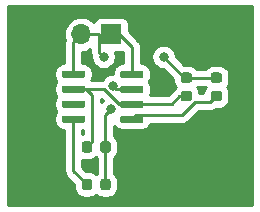
<source format=gbr>
G04 #@! TF.GenerationSoftware,KiCad,Pcbnew,(5.1.2)-2*
G04 #@! TF.CreationDate,2019-07-01T20:42:14+08:00*
G04 #@! TF.ProjectId,test,74657374-2e6b-4696-9361-645f70636258,a*
G04 #@! TF.SameCoordinates,Original*
G04 #@! TF.FileFunction,Copper,L1,Top*
G04 #@! TF.FilePolarity,Positive*
%FSLAX46Y46*%
G04 Gerber Fmt 4.6, Leading zero omitted, Abs format (unit mm)*
G04 Created by KiCad (PCBNEW (5.1.2)-2) date 2019-07-01 20:42:14*
%MOMM*%
%LPD*%
G04 APERTURE LIST*
%ADD10C,0.100000*%
%ADD11C,0.875000*%
%ADD12C,0.600000*%
%ADD13R,1.700000X1.700000*%
%ADD14O,1.700000X1.700000*%
%ADD15C,0.800000*%
%ADD16C,0.250000*%
%ADD17C,0.254000*%
G04 APERTURE END LIST*
D10*
G36*
X155852691Y-105761053D02*
G01*
X155873926Y-105764203D01*
X155894750Y-105769419D01*
X155914962Y-105776651D01*
X155934368Y-105785830D01*
X155952781Y-105796866D01*
X155970024Y-105809654D01*
X155985930Y-105824070D01*
X156000346Y-105839976D01*
X156013134Y-105857219D01*
X156024170Y-105875632D01*
X156033349Y-105895038D01*
X156040581Y-105915250D01*
X156045797Y-105936074D01*
X156048947Y-105957309D01*
X156050000Y-105978750D01*
X156050000Y-106416250D01*
X156048947Y-106437691D01*
X156045797Y-106458926D01*
X156040581Y-106479750D01*
X156033349Y-106499962D01*
X156024170Y-106519368D01*
X156013134Y-106537781D01*
X156000346Y-106555024D01*
X155985930Y-106570930D01*
X155970024Y-106585346D01*
X155952781Y-106598134D01*
X155934368Y-106609170D01*
X155914962Y-106618349D01*
X155894750Y-106625581D01*
X155873926Y-106630797D01*
X155852691Y-106633947D01*
X155831250Y-106635000D01*
X155318750Y-106635000D01*
X155297309Y-106633947D01*
X155276074Y-106630797D01*
X155255250Y-106625581D01*
X155235038Y-106618349D01*
X155215632Y-106609170D01*
X155197219Y-106598134D01*
X155179976Y-106585346D01*
X155164070Y-106570930D01*
X155149654Y-106555024D01*
X155136866Y-106537781D01*
X155125830Y-106519368D01*
X155116651Y-106499962D01*
X155109419Y-106479750D01*
X155104203Y-106458926D01*
X155101053Y-106437691D01*
X155100000Y-106416250D01*
X155100000Y-105978750D01*
X155101053Y-105957309D01*
X155104203Y-105936074D01*
X155109419Y-105915250D01*
X155116651Y-105895038D01*
X155125830Y-105875632D01*
X155136866Y-105857219D01*
X155149654Y-105839976D01*
X155164070Y-105824070D01*
X155179976Y-105809654D01*
X155197219Y-105796866D01*
X155215632Y-105785830D01*
X155235038Y-105776651D01*
X155255250Y-105769419D01*
X155276074Y-105764203D01*
X155297309Y-105761053D01*
X155318750Y-105760000D01*
X155831250Y-105760000D01*
X155852691Y-105761053D01*
X155852691Y-105761053D01*
G37*
D11*
X155575000Y-106197500D03*
D10*
G36*
X155852691Y-104186053D02*
G01*
X155873926Y-104189203D01*
X155894750Y-104194419D01*
X155914962Y-104201651D01*
X155934368Y-104210830D01*
X155952781Y-104221866D01*
X155970024Y-104234654D01*
X155985930Y-104249070D01*
X156000346Y-104264976D01*
X156013134Y-104282219D01*
X156024170Y-104300632D01*
X156033349Y-104320038D01*
X156040581Y-104340250D01*
X156045797Y-104361074D01*
X156048947Y-104382309D01*
X156050000Y-104403750D01*
X156050000Y-104841250D01*
X156048947Y-104862691D01*
X156045797Y-104883926D01*
X156040581Y-104904750D01*
X156033349Y-104924962D01*
X156024170Y-104944368D01*
X156013134Y-104962781D01*
X156000346Y-104980024D01*
X155985930Y-104995930D01*
X155970024Y-105010346D01*
X155952781Y-105023134D01*
X155934368Y-105034170D01*
X155914962Y-105043349D01*
X155894750Y-105050581D01*
X155873926Y-105055797D01*
X155852691Y-105058947D01*
X155831250Y-105060000D01*
X155318750Y-105060000D01*
X155297309Y-105058947D01*
X155276074Y-105055797D01*
X155255250Y-105050581D01*
X155235038Y-105043349D01*
X155215632Y-105034170D01*
X155197219Y-105023134D01*
X155179976Y-105010346D01*
X155164070Y-104995930D01*
X155149654Y-104980024D01*
X155136866Y-104962781D01*
X155125830Y-104944368D01*
X155116651Y-104924962D01*
X155109419Y-104904750D01*
X155104203Y-104883926D01*
X155101053Y-104862691D01*
X155100000Y-104841250D01*
X155100000Y-104403750D01*
X155101053Y-104382309D01*
X155104203Y-104361074D01*
X155109419Y-104340250D01*
X155116651Y-104320038D01*
X155125830Y-104300632D01*
X155136866Y-104282219D01*
X155149654Y-104264976D01*
X155164070Y-104249070D01*
X155179976Y-104234654D01*
X155197219Y-104221866D01*
X155215632Y-104210830D01*
X155235038Y-104201651D01*
X155255250Y-104194419D01*
X155276074Y-104189203D01*
X155297309Y-104186053D01*
X155318750Y-104185000D01*
X155831250Y-104185000D01*
X155852691Y-104186053D01*
X155852691Y-104186053D01*
G37*
D11*
X155575000Y-104622500D03*
D10*
G36*
X158392691Y-104186053D02*
G01*
X158413926Y-104189203D01*
X158434750Y-104194419D01*
X158454962Y-104201651D01*
X158474368Y-104210830D01*
X158492781Y-104221866D01*
X158510024Y-104234654D01*
X158525930Y-104249070D01*
X158540346Y-104264976D01*
X158553134Y-104282219D01*
X158564170Y-104300632D01*
X158573349Y-104320038D01*
X158580581Y-104340250D01*
X158585797Y-104361074D01*
X158588947Y-104382309D01*
X158590000Y-104403750D01*
X158590000Y-104841250D01*
X158588947Y-104862691D01*
X158585797Y-104883926D01*
X158580581Y-104904750D01*
X158573349Y-104924962D01*
X158564170Y-104944368D01*
X158553134Y-104962781D01*
X158540346Y-104980024D01*
X158525930Y-104995930D01*
X158510024Y-105010346D01*
X158492781Y-105023134D01*
X158474368Y-105034170D01*
X158454962Y-105043349D01*
X158434750Y-105050581D01*
X158413926Y-105055797D01*
X158392691Y-105058947D01*
X158371250Y-105060000D01*
X157858750Y-105060000D01*
X157837309Y-105058947D01*
X157816074Y-105055797D01*
X157795250Y-105050581D01*
X157775038Y-105043349D01*
X157755632Y-105034170D01*
X157737219Y-105023134D01*
X157719976Y-105010346D01*
X157704070Y-104995930D01*
X157689654Y-104980024D01*
X157676866Y-104962781D01*
X157665830Y-104944368D01*
X157656651Y-104924962D01*
X157649419Y-104904750D01*
X157644203Y-104883926D01*
X157641053Y-104862691D01*
X157640000Y-104841250D01*
X157640000Y-104403750D01*
X157641053Y-104382309D01*
X157644203Y-104361074D01*
X157649419Y-104340250D01*
X157656651Y-104320038D01*
X157665830Y-104300632D01*
X157676866Y-104282219D01*
X157689654Y-104264976D01*
X157704070Y-104249070D01*
X157719976Y-104234654D01*
X157737219Y-104221866D01*
X157755632Y-104210830D01*
X157775038Y-104201651D01*
X157795250Y-104194419D01*
X157816074Y-104189203D01*
X157837309Y-104186053D01*
X157858750Y-104185000D01*
X158371250Y-104185000D01*
X158392691Y-104186053D01*
X158392691Y-104186053D01*
G37*
D11*
X158115000Y-104622500D03*
D10*
G36*
X158392691Y-105761053D02*
G01*
X158413926Y-105764203D01*
X158434750Y-105769419D01*
X158454962Y-105776651D01*
X158474368Y-105785830D01*
X158492781Y-105796866D01*
X158510024Y-105809654D01*
X158525930Y-105824070D01*
X158540346Y-105839976D01*
X158553134Y-105857219D01*
X158564170Y-105875632D01*
X158573349Y-105895038D01*
X158580581Y-105915250D01*
X158585797Y-105936074D01*
X158588947Y-105957309D01*
X158590000Y-105978750D01*
X158590000Y-106416250D01*
X158588947Y-106437691D01*
X158585797Y-106458926D01*
X158580581Y-106479750D01*
X158573349Y-106499962D01*
X158564170Y-106519368D01*
X158553134Y-106537781D01*
X158540346Y-106555024D01*
X158525930Y-106570930D01*
X158510024Y-106585346D01*
X158492781Y-106598134D01*
X158474368Y-106609170D01*
X158454962Y-106618349D01*
X158434750Y-106625581D01*
X158413926Y-106630797D01*
X158392691Y-106633947D01*
X158371250Y-106635000D01*
X157858750Y-106635000D01*
X157837309Y-106633947D01*
X157816074Y-106630797D01*
X157795250Y-106625581D01*
X157775038Y-106618349D01*
X157755632Y-106609170D01*
X157737219Y-106598134D01*
X157719976Y-106585346D01*
X157704070Y-106570930D01*
X157689654Y-106555024D01*
X157676866Y-106537781D01*
X157665830Y-106519368D01*
X157656651Y-106499962D01*
X157649419Y-106479750D01*
X157644203Y-106458926D01*
X157641053Y-106437691D01*
X157640000Y-106416250D01*
X157640000Y-105978750D01*
X157641053Y-105957309D01*
X157644203Y-105936074D01*
X157649419Y-105915250D01*
X157656651Y-105895038D01*
X157665830Y-105875632D01*
X157676866Y-105857219D01*
X157689654Y-105839976D01*
X157704070Y-105824070D01*
X157719976Y-105809654D01*
X157737219Y-105796866D01*
X157755632Y-105785830D01*
X157775038Y-105776651D01*
X157795250Y-105769419D01*
X157816074Y-105764203D01*
X157837309Y-105761053D01*
X157858750Y-105760000D01*
X158371250Y-105760000D01*
X158392691Y-105761053D01*
X158392691Y-105761053D01*
G37*
D11*
X158115000Y-106197500D03*
D10*
G36*
X147407691Y-110016053D02*
G01*
X147428926Y-110019203D01*
X147449750Y-110024419D01*
X147469962Y-110031651D01*
X147489368Y-110040830D01*
X147507781Y-110051866D01*
X147525024Y-110064654D01*
X147540930Y-110079070D01*
X147555346Y-110094976D01*
X147568134Y-110112219D01*
X147579170Y-110130632D01*
X147588349Y-110150038D01*
X147595581Y-110170250D01*
X147600797Y-110191074D01*
X147603947Y-110212309D01*
X147605000Y-110233750D01*
X147605000Y-110746250D01*
X147603947Y-110767691D01*
X147600797Y-110788926D01*
X147595581Y-110809750D01*
X147588349Y-110829962D01*
X147579170Y-110849368D01*
X147568134Y-110867781D01*
X147555346Y-110885024D01*
X147540930Y-110900930D01*
X147525024Y-110915346D01*
X147507781Y-110928134D01*
X147489368Y-110939170D01*
X147469962Y-110948349D01*
X147449750Y-110955581D01*
X147428926Y-110960797D01*
X147407691Y-110963947D01*
X147386250Y-110965000D01*
X146948750Y-110965000D01*
X146927309Y-110963947D01*
X146906074Y-110960797D01*
X146885250Y-110955581D01*
X146865038Y-110948349D01*
X146845632Y-110939170D01*
X146827219Y-110928134D01*
X146809976Y-110915346D01*
X146794070Y-110900930D01*
X146779654Y-110885024D01*
X146766866Y-110867781D01*
X146755830Y-110849368D01*
X146746651Y-110829962D01*
X146739419Y-110809750D01*
X146734203Y-110788926D01*
X146731053Y-110767691D01*
X146730000Y-110746250D01*
X146730000Y-110233750D01*
X146731053Y-110212309D01*
X146734203Y-110191074D01*
X146739419Y-110170250D01*
X146746651Y-110150038D01*
X146755830Y-110130632D01*
X146766866Y-110112219D01*
X146779654Y-110094976D01*
X146794070Y-110079070D01*
X146809976Y-110064654D01*
X146827219Y-110051866D01*
X146845632Y-110040830D01*
X146865038Y-110031651D01*
X146885250Y-110024419D01*
X146906074Y-110019203D01*
X146927309Y-110016053D01*
X146948750Y-110015000D01*
X147386250Y-110015000D01*
X147407691Y-110016053D01*
X147407691Y-110016053D01*
G37*
D11*
X147167500Y-110490000D03*
D10*
G36*
X148982691Y-110016053D02*
G01*
X149003926Y-110019203D01*
X149024750Y-110024419D01*
X149044962Y-110031651D01*
X149064368Y-110040830D01*
X149082781Y-110051866D01*
X149100024Y-110064654D01*
X149115930Y-110079070D01*
X149130346Y-110094976D01*
X149143134Y-110112219D01*
X149154170Y-110130632D01*
X149163349Y-110150038D01*
X149170581Y-110170250D01*
X149175797Y-110191074D01*
X149178947Y-110212309D01*
X149180000Y-110233750D01*
X149180000Y-110746250D01*
X149178947Y-110767691D01*
X149175797Y-110788926D01*
X149170581Y-110809750D01*
X149163349Y-110829962D01*
X149154170Y-110849368D01*
X149143134Y-110867781D01*
X149130346Y-110885024D01*
X149115930Y-110900930D01*
X149100024Y-110915346D01*
X149082781Y-110928134D01*
X149064368Y-110939170D01*
X149044962Y-110948349D01*
X149024750Y-110955581D01*
X149003926Y-110960797D01*
X148982691Y-110963947D01*
X148961250Y-110965000D01*
X148523750Y-110965000D01*
X148502309Y-110963947D01*
X148481074Y-110960797D01*
X148460250Y-110955581D01*
X148440038Y-110948349D01*
X148420632Y-110939170D01*
X148402219Y-110928134D01*
X148384976Y-110915346D01*
X148369070Y-110900930D01*
X148354654Y-110885024D01*
X148341866Y-110867781D01*
X148330830Y-110849368D01*
X148321651Y-110829962D01*
X148314419Y-110809750D01*
X148309203Y-110788926D01*
X148306053Y-110767691D01*
X148305000Y-110746250D01*
X148305000Y-110233750D01*
X148306053Y-110212309D01*
X148309203Y-110191074D01*
X148314419Y-110170250D01*
X148321651Y-110150038D01*
X148330830Y-110130632D01*
X148341866Y-110112219D01*
X148354654Y-110094976D01*
X148369070Y-110079070D01*
X148384976Y-110064654D01*
X148402219Y-110051866D01*
X148420632Y-110040830D01*
X148440038Y-110031651D01*
X148460250Y-110024419D01*
X148481074Y-110019203D01*
X148502309Y-110016053D01*
X148523750Y-110015000D01*
X148961250Y-110015000D01*
X148982691Y-110016053D01*
X148982691Y-110016053D01*
G37*
D11*
X148742500Y-110490000D03*
D10*
G36*
X148982691Y-113191053D02*
G01*
X149003926Y-113194203D01*
X149024750Y-113199419D01*
X149044962Y-113206651D01*
X149064368Y-113215830D01*
X149082781Y-113226866D01*
X149100024Y-113239654D01*
X149115930Y-113254070D01*
X149130346Y-113269976D01*
X149143134Y-113287219D01*
X149154170Y-113305632D01*
X149163349Y-113325038D01*
X149170581Y-113345250D01*
X149175797Y-113366074D01*
X149178947Y-113387309D01*
X149180000Y-113408750D01*
X149180000Y-113921250D01*
X149178947Y-113942691D01*
X149175797Y-113963926D01*
X149170581Y-113984750D01*
X149163349Y-114004962D01*
X149154170Y-114024368D01*
X149143134Y-114042781D01*
X149130346Y-114060024D01*
X149115930Y-114075930D01*
X149100024Y-114090346D01*
X149082781Y-114103134D01*
X149064368Y-114114170D01*
X149044962Y-114123349D01*
X149024750Y-114130581D01*
X149003926Y-114135797D01*
X148982691Y-114138947D01*
X148961250Y-114140000D01*
X148523750Y-114140000D01*
X148502309Y-114138947D01*
X148481074Y-114135797D01*
X148460250Y-114130581D01*
X148440038Y-114123349D01*
X148420632Y-114114170D01*
X148402219Y-114103134D01*
X148384976Y-114090346D01*
X148369070Y-114075930D01*
X148354654Y-114060024D01*
X148341866Y-114042781D01*
X148330830Y-114024368D01*
X148321651Y-114004962D01*
X148314419Y-113984750D01*
X148309203Y-113963926D01*
X148306053Y-113942691D01*
X148305000Y-113921250D01*
X148305000Y-113408750D01*
X148306053Y-113387309D01*
X148309203Y-113366074D01*
X148314419Y-113345250D01*
X148321651Y-113325038D01*
X148330830Y-113305632D01*
X148341866Y-113287219D01*
X148354654Y-113269976D01*
X148369070Y-113254070D01*
X148384976Y-113239654D01*
X148402219Y-113226866D01*
X148420632Y-113215830D01*
X148440038Y-113206651D01*
X148460250Y-113199419D01*
X148481074Y-113194203D01*
X148502309Y-113191053D01*
X148523750Y-113190000D01*
X148961250Y-113190000D01*
X148982691Y-113191053D01*
X148982691Y-113191053D01*
G37*
D11*
X148742500Y-113665000D03*
D10*
G36*
X147407691Y-113191053D02*
G01*
X147428926Y-113194203D01*
X147449750Y-113199419D01*
X147469962Y-113206651D01*
X147489368Y-113215830D01*
X147507781Y-113226866D01*
X147525024Y-113239654D01*
X147540930Y-113254070D01*
X147555346Y-113269976D01*
X147568134Y-113287219D01*
X147579170Y-113305632D01*
X147588349Y-113325038D01*
X147595581Y-113345250D01*
X147600797Y-113366074D01*
X147603947Y-113387309D01*
X147605000Y-113408750D01*
X147605000Y-113921250D01*
X147603947Y-113942691D01*
X147600797Y-113963926D01*
X147595581Y-113984750D01*
X147588349Y-114004962D01*
X147579170Y-114024368D01*
X147568134Y-114042781D01*
X147555346Y-114060024D01*
X147540930Y-114075930D01*
X147525024Y-114090346D01*
X147507781Y-114103134D01*
X147489368Y-114114170D01*
X147469962Y-114123349D01*
X147449750Y-114130581D01*
X147428926Y-114135797D01*
X147407691Y-114138947D01*
X147386250Y-114140000D01*
X146948750Y-114140000D01*
X146927309Y-114138947D01*
X146906074Y-114135797D01*
X146885250Y-114130581D01*
X146865038Y-114123349D01*
X146845632Y-114114170D01*
X146827219Y-114103134D01*
X146809976Y-114090346D01*
X146794070Y-114075930D01*
X146779654Y-114060024D01*
X146766866Y-114042781D01*
X146755830Y-114024368D01*
X146746651Y-114004962D01*
X146739419Y-113984750D01*
X146734203Y-113963926D01*
X146731053Y-113942691D01*
X146730000Y-113921250D01*
X146730000Y-113408750D01*
X146731053Y-113387309D01*
X146734203Y-113366074D01*
X146739419Y-113345250D01*
X146746651Y-113325038D01*
X146755830Y-113305632D01*
X146766866Y-113287219D01*
X146779654Y-113269976D01*
X146794070Y-113254070D01*
X146809976Y-113239654D01*
X146827219Y-113226866D01*
X146845632Y-113215830D01*
X146865038Y-113206651D01*
X146885250Y-113199419D01*
X146906074Y-113194203D01*
X146927309Y-113191053D01*
X146948750Y-113190000D01*
X147386250Y-113190000D01*
X147407691Y-113191053D01*
X147407691Y-113191053D01*
G37*
D11*
X147167500Y-113665000D03*
D10*
G36*
X146869704Y-104025723D02*
G01*
X146884265Y-104027883D01*
X146898544Y-104031460D01*
X146912404Y-104036419D01*
X146925711Y-104042713D01*
X146938337Y-104050281D01*
X146950160Y-104059049D01*
X146961067Y-104068935D01*
X146970953Y-104079842D01*
X146979721Y-104091665D01*
X146987289Y-104104291D01*
X146993583Y-104117598D01*
X146998542Y-104131458D01*
X147002119Y-104145737D01*
X147004279Y-104160298D01*
X147005001Y-104175001D01*
X147005001Y-104475001D01*
X147004279Y-104489704D01*
X147002119Y-104504265D01*
X146998542Y-104518544D01*
X146993583Y-104532404D01*
X146987289Y-104545711D01*
X146979721Y-104558337D01*
X146970953Y-104570160D01*
X146961067Y-104581067D01*
X146950160Y-104590953D01*
X146938337Y-104599721D01*
X146925711Y-104607289D01*
X146912404Y-104613583D01*
X146898544Y-104618542D01*
X146884265Y-104622119D01*
X146869704Y-104624279D01*
X146855001Y-104625001D01*
X145205001Y-104625001D01*
X145190298Y-104624279D01*
X145175737Y-104622119D01*
X145161458Y-104618542D01*
X145147598Y-104613583D01*
X145134291Y-104607289D01*
X145121665Y-104599721D01*
X145109842Y-104590953D01*
X145098935Y-104581067D01*
X145089049Y-104570160D01*
X145080281Y-104558337D01*
X145072713Y-104545711D01*
X145066419Y-104532404D01*
X145061460Y-104518544D01*
X145057883Y-104504265D01*
X145055723Y-104489704D01*
X145055001Y-104475001D01*
X145055001Y-104175001D01*
X145055723Y-104160298D01*
X145057883Y-104145737D01*
X145061460Y-104131458D01*
X145066419Y-104117598D01*
X145072713Y-104104291D01*
X145080281Y-104091665D01*
X145089049Y-104079842D01*
X145098935Y-104068935D01*
X145109842Y-104059049D01*
X145121665Y-104050281D01*
X145134291Y-104042713D01*
X145147598Y-104036419D01*
X145161458Y-104031460D01*
X145175737Y-104027883D01*
X145190298Y-104025723D01*
X145205001Y-104025001D01*
X146855001Y-104025001D01*
X146869704Y-104025723D01*
X146869704Y-104025723D01*
G37*
D12*
X146030001Y-104325001D03*
D10*
G36*
X146869704Y-105295723D02*
G01*
X146884265Y-105297883D01*
X146898544Y-105301460D01*
X146912404Y-105306419D01*
X146925711Y-105312713D01*
X146938337Y-105320281D01*
X146950160Y-105329049D01*
X146961067Y-105338935D01*
X146970953Y-105349842D01*
X146979721Y-105361665D01*
X146987289Y-105374291D01*
X146993583Y-105387598D01*
X146998542Y-105401458D01*
X147002119Y-105415737D01*
X147004279Y-105430298D01*
X147005001Y-105445001D01*
X147005001Y-105745001D01*
X147004279Y-105759704D01*
X147002119Y-105774265D01*
X146998542Y-105788544D01*
X146993583Y-105802404D01*
X146987289Y-105815711D01*
X146979721Y-105828337D01*
X146970953Y-105840160D01*
X146961067Y-105851067D01*
X146950160Y-105860953D01*
X146938337Y-105869721D01*
X146925711Y-105877289D01*
X146912404Y-105883583D01*
X146898544Y-105888542D01*
X146884265Y-105892119D01*
X146869704Y-105894279D01*
X146855001Y-105895001D01*
X145205001Y-105895001D01*
X145190298Y-105894279D01*
X145175737Y-105892119D01*
X145161458Y-105888542D01*
X145147598Y-105883583D01*
X145134291Y-105877289D01*
X145121665Y-105869721D01*
X145109842Y-105860953D01*
X145098935Y-105851067D01*
X145089049Y-105840160D01*
X145080281Y-105828337D01*
X145072713Y-105815711D01*
X145066419Y-105802404D01*
X145061460Y-105788544D01*
X145057883Y-105774265D01*
X145055723Y-105759704D01*
X145055001Y-105745001D01*
X145055001Y-105445001D01*
X145055723Y-105430298D01*
X145057883Y-105415737D01*
X145061460Y-105401458D01*
X145066419Y-105387598D01*
X145072713Y-105374291D01*
X145080281Y-105361665D01*
X145089049Y-105349842D01*
X145098935Y-105338935D01*
X145109842Y-105329049D01*
X145121665Y-105320281D01*
X145134291Y-105312713D01*
X145147598Y-105306419D01*
X145161458Y-105301460D01*
X145175737Y-105297883D01*
X145190298Y-105295723D01*
X145205001Y-105295001D01*
X146855001Y-105295001D01*
X146869704Y-105295723D01*
X146869704Y-105295723D01*
G37*
D12*
X146030001Y-105595001D03*
D10*
G36*
X146869704Y-106565723D02*
G01*
X146884265Y-106567883D01*
X146898544Y-106571460D01*
X146912404Y-106576419D01*
X146925711Y-106582713D01*
X146938337Y-106590281D01*
X146950160Y-106599049D01*
X146961067Y-106608935D01*
X146970953Y-106619842D01*
X146979721Y-106631665D01*
X146987289Y-106644291D01*
X146993583Y-106657598D01*
X146998542Y-106671458D01*
X147002119Y-106685737D01*
X147004279Y-106700298D01*
X147005001Y-106715001D01*
X147005001Y-107015001D01*
X147004279Y-107029704D01*
X147002119Y-107044265D01*
X146998542Y-107058544D01*
X146993583Y-107072404D01*
X146987289Y-107085711D01*
X146979721Y-107098337D01*
X146970953Y-107110160D01*
X146961067Y-107121067D01*
X146950160Y-107130953D01*
X146938337Y-107139721D01*
X146925711Y-107147289D01*
X146912404Y-107153583D01*
X146898544Y-107158542D01*
X146884265Y-107162119D01*
X146869704Y-107164279D01*
X146855001Y-107165001D01*
X145205001Y-107165001D01*
X145190298Y-107164279D01*
X145175737Y-107162119D01*
X145161458Y-107158542D01*
X145147598Y-107153583D01*
X145134291Y-107147289D01*
X145121665Y-107139721D01*
X145109842Y-107130953D01*
X145098935Y-107121067D01*
X145089049Y-107110160D01*
X145080281Y-107098337D01*
X145072713Y-107085711D01*
X145066419Y-107072404D01*
X145061460Y-107058544D01*
X145057883Y-107044265D01*
X145055723Y-107029704D01*
X145055001Y-107015001D01*
X145055001Y-106715001D01*
X145055723Y-106700298D01*
X145057883Y-106685737D01*
X145061460Y-106671458D01*
X145066419Y-106657598D01*
X145072713Y-106644291D01*
X145080281Y-106631665D01*
X145089049Y-106619842D01*
X145098935Y-106608935D01*
X145109842Y-106599049D01*
X145121665Y-106590281D01*
X145134291Y-106582713D01*
X145147598Y-106576419D01*
X145161458Y-106571460D01*
X145175737Y-106567883D01*
X145190298Y-106565723D01*
X145205001Y-106565001D01*
X146855001Y-106565001D01*
X146869704Y-106565723D01*
X146869704Y-106565723D01*
G37*
D12*
X146030001Y-106865001D03*
D10*
G36*
X146869704Y-107835723D02*
G01*
X146884265Y-107837883D01*
X146898544Y-107841460D01*
X146912404Y-107846419D01*
X146925711Y-107852713D01*
X146938337Y-107860281D01*
X146950160Y-107869049D01*
X146961067Y-107878935D01*
X146970953Y-107889842D01*
X146979721Y-107901665D01*
X146987289Y-107914291D01*
X146993583Y-107927598D01*
X146998542Y-107941458D01*
X147002119Y-107955737D01*
X147004279Y-107970298D01*
X147005001Y-107985001D01*
X147005001Y-108285001D01*
X147004279Y-108299704D01*
X147002119Y-108314265D01*
X146998542Y-108328544D01*
X146993583Y-108342404D01*
X146987289Y-108355711D01*
X146979721Y-108368337D01*
X146970953Y-108380160D01*
X146961067Y-108391067D01*
X146950160Y-108400953D01*
X146938337Y-108409721D01*
X146925711Y-108417289D01*
X146912404Y-108423583D01*
X146898544Y-108428542D01*
X146884265Y-108432119D01*
X146869704Y-108434279D01*
X146855001Y-108435001D01*
X145205001Y-108435001D01*
X145190298Y-108434279D01*
X145175737Y-108432119D01*
X145161458Y-108428542D01*
X145147598Y-108423583D01*
X145134291Y-108417289D01*
X145121665Y-108409721D01*
X145109842Y-108400953D01*
X145098935Y-108391067D01*
X145089049Y-108380160D01*
X145080281Y-108368337D01*
X145072713Y-108355711D01*
X145066419Y-108342404D01*
X145061460Y-108328544D01*
X145057883Y-108314265D01*
X145055723Y-108299704D01*
X145055001Y-108285001D01*
X145055001Y-107985001D01*
X145055723Y-107970298D01*
X145057883Y-107955737D01*
X145061460Y-107941458D01*
X145066419Y-107927598D01*
X145072713Y-107914291D01*
X145080281Y-107901665D01*
X145089049Y-107889842D01*
X145098935Y-107878935D01*
X145109842Y-107869049D01*
X145121665Y-107860281D01*
X145134291Y-107852713D01*
X145147598Y-107846419D01*
X145161458Y-107841460D01*
X145175737Y-107837883D01*
X145190298Y-107835723D01*
X145205001Y-107835001D01*
X146855001Y-107835001D01*
X146869704Y-107835723D01*
X146869704Y-107835723D01*
G37*
D12*
X146030001Y-108135001D03*
D10*
G36*
X151819704Y-107835723D02*
G01*
X151834265Y-107837883D01*
X151848544Y-107841460D01*
X151862404Y-107846419D01*
X151875711Y-107852713D01*
X151888337Y-107860281D01*
X151900160Y-107869049D01*
X151911067Y-107878935D01*
X151920953Y-107889842D01*
X151929721Y-107901665D01*
X151937289Y-107914291D01*
X151943583Y-107927598D01*
X151948542Y-107941458D01*
X151952119Y-107955737D01*
X151954279Y-107970298D01*
X151955001Y-107985001D01*
X151955001Y-108285001D01*
X151954279Y-108299704D01*
X151952119Y-108314265D01*
X151948542Y-108328544D01*
X151943583Y-108342404D01*
X151937289Y-108355711D01*
X151929721Y-108368337D01*
X151920953Y-108380160D01*
X151911067Y-108391067D01*
X151900160Y-108400953D01*
X151888337Y-108409721D01*
X151875711Y-108417289D01*
X151862404Y-108423583D01*
X151848544Y-108428542D01*
X151834265Y-108432119D01*
X151819704Y-108434279D01*
X151805001Y-108435001D01*
X150155001Y-108435001D01*
X150140298Y-108434279D01*
X150125737Y-108432119D01*
X150111458Y-108428542D01*
X150097598Y-108423583D01*
X150084291Y-108417289D01*
X150071665Y-108409721D01*
X150059842Y-108400953D01*
X150048935Y-108391067D01*
X150039049Y-108380160D01*
X150030281Y-108368337D01*
X150022713Y-108355711D01*
X150016419Y-108342404D01*
X150011460Y-108328544D01*
X150007883Y-108314265D01*
X150005723Y-108299704D01*
X150005001Y-108285001D01*
X150005001Y-107985001D01*
X150005723Y-107970298D01*
X150007883Y-107955737D01*
X150011460Y-107941458D01*
X150016419Y-107927598D01*
X150022713Y-107914291D01*
X150030281Y-107901665D01*
X150039049Y-107889842D01*
X150048935Y-107878935D01*
X150059842Y-107869049D01*
X150071665Y-107860281D01*
X150084291Y-107852713D01*
X150097598Y-107846419D01*
X150111458Y-107841460D01*
X150125737Y-107837883D01*
X150140298Y-107835723D01*
X150155001Y-107835001D01*
X151805001Y-107835001D01*
X151819704Y-107835723D01*
X151819704Y-107835723D01*
G37*
D12*
X150980001Y-108135001D03*
D10*
G36*
X151819704Y-106565723D02*
G01*
X151834265Y-106567883D01*
X151848544Y-106571460D01*
X151862404Y-106576419D01*
X151875711Y-106582713D01*
X151888337Y-106590281D01*
X151900160Y-106599049D01*
X151911067Y-106608935D01*
X151920953Y-106619842D01*
X151929721Y-106631665D01*
X151937289Y-106644291D01*
X151943583Y-106657598D01*
X151948542Y-106671458D01*
X151952119Y-106685737D01*
X151954279Y-106700298D01*
X151955001Y-106715001D01*
X151955001Y-107015001D01*
X151954279Y-107029704D01*
X151952119Y-107044265D01*
X151948542Y-107058544D01*
X151943583Y-107072404D01*
X151937289Y-107085711D01*
X151929721Y-107098337D01*
X151920953Y-107110160D01*
X151911067Y-107121067D01*
X151900160Y-107130953D01*
X151888337Y-107139721D01*
X151875711Y-107147289D01*
X151862404Y-107153583D01*
X151848544Y-107158542D01*
X151834265Y-107162119D01*
X151819704Y-107164279D01*
X151805001Y-107165001D01*
X150155001Y-107165001D01*
X150140298Y-107164279D01*
X150125737Y-107162119D01*
X150111458Y-107158542D01*
X150097598Y-107153583D01*
X150084291Y-107147289D01*
X150071665Y-107139721D01*
X150059842Y-107130953D01*
X150048935Y-107121067D01*
X150039049Y-107110160D01*
X150030281Y-107098337D01*
X150022713Y-107085711D01*
X150016419Y-107072404D01*
X150011460Y-107058544D01*
X150007883Y-107044265D01*
X150005723Y-107029704D01*
X150005001Y-107015001D01*
X150005001Y-106715001D01*
X150005723Y-106700298D01*
X150007883Y-106685737D01*
X150011460Y-106671458D01*
X150016419Y-106657598D01*
X150022713Y-106644291D01*
X150030281Y-106631665D01*
X150039049Y-106619842D01*
X150048935Y-106608935D01*
X150059842Y-106599049D01*
X150071665Y-106590281D01*
X150084291Y-106582713D01*
X150097598Y-106576419D01*
X150111458Y-106571460D01*
X150125737Y-106567883D01*
X150140298Y-106565723D01*
X150155001Y-106565001D01*
X151805001Y-106565001D01*
X151819704Y-106565723D01*
X151819704Y-106565723D01*
G37*
D12*
X150980001Y-106865001D03*
D10*
G36*
X151819704Y-105295723D02*
G01*
X151834265Y-105297883D01*
X151848544Y-105301460D01*
X151862404Y-105306419D01*
X151875711Y-105312713D01*
X151888337Y-105320281D01*
X151900160Y-105329049D01*
X151911067Y-105338935D01*
X151920953Y-105349842D01*
X151929721Y-105361665D01*
X151937289Y-105374291D01*
X151943583Y-105387598D01*
X151948542Y-105401458D01*
X151952119Y-105415737D01*
X151954279Y-105430298D01*
X151955001Y-105445001D01*
X151955001Y-105745001D01*
X151954279Y-105759704D01*
X151952119Y-105774265D01*
X151948542Y-105788544D01*
X151943583Y-105802404D01*
X151937289Y-105815711D01*
X151929721Y-105828337D01*
X151920953Y-105840160D01*
X151911067Y-105851067D01*
X151900160Y-105860953D01*
X151888337Y-105869721D01*
X151875711Y-105877289D01*
X151862404Y-105883583D01*
X151848544Y-105888542D01*
X151834265Y-105892119D01*
X151819704Y-105894279D01*
X151805001Y-105895001D01*
X150155001Y-105895001D01*
X150140298Y-105894279D01*
X150125737Y-105892119D01*
X150111458Y-105888542D01*
X150097598Y-105883583D01*
X150084291Y-105877289D01*
X150071665Y-105869721D01*
X150059842Y-105860953D01*
X150048935Y-105851067D01*
X150039049Y-105840160D01*
X150030281Y-105828337D01*
X150022713Y-105815711D01*
X150016419Y-105802404D01*
X150011460Y-105788544D01*
X150007883Y-105774265D01*
X150005723Y-105759704D01*
X150005001Y-105745001D01*
X150005001Y-105445001D01*
X150005723Y-105430298D01*
X150007883Y-105415737D01*
X150011460Y-105401458D01*
X150016419Y-105387598D01*
X150022713Y-105374291D01*
X150030281Y-105361665D01*
X150039049Y-105349842D01*
X150048935Y-105338935D01*
X150059842Y-105329049D01*
X150071665Y-105320281D01*
X150084291Y-105312713D01*
X150097598Y-105306419D01*
X150111458Y-105301460D01*
X150125737Y-105297883D01*
X150140298Y-105295723D01*
X150155001Y-105295001D01*
X151805001Y-105295001D01*
X151819704Y-105295723D01*
X151819704Y-105295723D01*
G37*
D12*
X150980001Y-105595001D03*
D10*
G36*
X151819704Y-104025723D02*
G01*
X151834265Y-104027883D01*
X151848544Y-104031460D01*
X151862404Y-104036419D01*
X151875711Y-104042713D01*
X151888337Y-104050281D01*
X151900160Y-104059049D01*
X151911067Y-104068935D01*
X151920953Y-104079842D01*
X151929721Y-104091665D01*
X151937289Y-104104291D01*
X151943583Y-104117598D01*
X151948542Y-104131458D01*
X151952119Y-104145737D01*
X151954279Y-104160298D01*
X151955001Y-104175001D01*
X151955001Y-104475001D01*
X151954279Y-104489704D01*
X151952119Y-104504265D01*
X151948542Y-104518544D01*
X151943583Y-104532404D01*
X151937289Y-104545711D01*
X151929721Y-104558337D01*
X151920953Y-104570160D01*
X151911067Y-104581067D01*
X151900160Y-104590953D01*
X151888337Y-104599721D01*
X151875711Y-104607289D01*
X151862404Y-104613583D01*
X151848544Y-104618542D01*
X151834265Y-104622119D01*
X151819704Y-104624279D01*
X151805001Y-104625001D01*
X150155001Y-104625001D01*
X150140298Y-104624279D01*
X150125737Y-104622119D01*
X150111458Y-104618542D01*
X150097598Y-104613583D01*
X150084291Y-104607289D01*
X150071665Y-104599721D01*
X150059842Y-104590953D01*
X150048935Y-104581067D01*
X150039049Y-104570160D01*
X150030281Y-104558337D01*
X150022713Y-104545711D01*
X150016419Y-104532404D01*
X150011460Y-104518544D01*
X150007883Y-104504265D01*
X150005723Y-104489704D01*
X150005001Y-104475001D01*
X150005001Y-104175001D01*
X150005723Y-104160298D01*
X150007883Y-104145737D01*
X150011460Y-104131458D01*
X150016419Y-104117598D01*
X150022713Y-104104291D01*
X150030281Y-104091665D01*
X150039049Y-104079842D01*
X150048935Y-104068935D01*
X150059842Y-104059049D01*
X150071665Y-104050281D01*
X150084291Y-104042713D01*
X150097598Y-104036419D01*
X150111458Y-104031460D01*
X150125737Y-104027883D01*
X150140298Y-104025723D01*
X150155001Y-104025001D01*
X151805001Y-104025001D01*
X151819704Y-104025723D01*
X151819704Y-104025723D01*
G37*
D12*
X150980001Y-104325001D03*
D13*
X149225000Y-100965000D03*
D14*
X146685000Y-100965000D03*
D15*
X148590000Y-102870000D03*
X153670000Y-102870000D03*
X149385089Y-105319784D03*
X149225000Y-107315000D03*
D16*
X146030001Y-104325001D02*
X146030001Y-101619999D01*
X146030001Y-101619999D02*
X146685000Y-100965000D01*
X146685000Y-100965000D02*
X148225000Y-100965000D01*
X156150000Y-104622500D02*
X158115000Y-104622500D01*
X155575000Y-104622500D02*
X156150000Y-104622500D01*
X148225000Y-100965000D02*
X148225000Y-101566040D01*
X148225000Y-101566040D02*
X148225000Y-102505000D01*
X148225000Y-102505000D02*
X148590000Y-102870000D01*
X155422500Y-104622500D02*
X155575000Y-104622500D01*
X153670000Y-102870000D02*
X155422500Y-104622500D01*
X152055001Y-106865001D02*
X150980001Y-106865001D01*
X154332499Y-106865001D02*
X152055001Y-106865001D01*
X155000000Y-106197500D02*
X154332499Y-106865001D01*
X155575000Y-106197500D02*
X155000000Y-106197500D01*
X148635001Y-105595001D02*
X147105001Y-105595001D01*
X149905001Y-106865001D02*
X148635001Y-105595001D01*
X150980001Y-106865001D02*
X149905001Y-106865001D01*
X147629112Y-110028388D02*
X147167500Y-110490000D01*
X147629112Y-106119112D02*
X147629112Y-110028388D01*
X147105001Y-105595001D02*
X147629112Y-106119112D01*
X146030001Y-105595001D02*
X147105001Y-105595001D01*
X157632500Y-106680000D02*
X158115000Y-106197500D01*
X156336494Y-106680000D02*
X157632500Y-106680000D01*
X155252203Y-107764291D02*
X156336494Y-106680000D01*
X150980001Y-108135001D02*
X151350711Y-107764291D01*
X151350711Y-107764291D02*
X155252203Y-107764291D01*
X149900000Y-100965000D02*
X149225000Y-100965000D01*
X150980001Y-102045001D02*
X149900000Y-100965000D01*
X150980001Y-104325001D02*
X150980001Y-102045001D01*
X150980001Y-105595001D02*
X149660306Y-105595001D01*
X149660306Y-105595001D02*
X149385089Y-105319784D01*
X148742500Y-107797500D02*
X148742500Y-110490000D01*
X149225000Y-107315000D02*
X148742500Y-107797500D01*
X148742500Y-113090000D02*
X148742500Y-110490000D01*
X148742500Y-113665000D02*
X148742500Y-113090000D01*
X146030001Y-112527501D02*
X147167500Y-113665000D01*
X146030001Y-108135001D02*
X146030001Y-112527501D01*
D17*
G36*
X161163000Y-115443000D02*
G01*
X140462000Y-115443000D01*
X140462000Y-104175001D01*
X144416929Y-104175001D01*
X144416929Y-104475001D01*
X144432072Y-104628746D01*
X144476917Y-104776583D01*
X144549743Y-104912830D01*
X144588455Y-104960001D01*
X144549743Y-105007172D01*
X144476917Y-105143419D01*
X144432072Y-105291256D01*
X144416929Y-105445001D01*
X144416929Y-105745001D01*
X144432072Y-105898746D01*
X144476917Y-106046583D01*
X144549743Y-106182830D01*
X144588455Y-106230001D01*
X144549743Y-106277172D01*
X144476917Y-106413419D01*
X144432072Y-106561256D01*
X144416929Y-106715001D01*
X144416929Y-107015001D01*
X144432072Y-107168746D01*
X144476917Y-107316583D01*
X144549743Y-107452830D01*
X144588455Y-107500001D01*
X144549743Y-107547172D01*
X144476917Y-107683419D01*
X144432072Y-107831256D01*
X144416929Y-107985001D01*
X144416929Y-108285001D01*
X144432072Y-108438746D01*
X144476917Y-108586583D01*
X144549743Y-108722830D01*
X144647750Y-108842252D01*
X144767172Y-108940259D01*
X144903419Y-109013085D01*
X145051256Y-109057930D01*
X145205001Y-109073073D01*
X145270001Y-109073073D01*
X145270002Y-112490169D01*
X145266325Y-112527501D01*
X145280999Y-112676486D01*
X145324455Y-112819747D01*
X145395027Y-112951777D01*
X145466202Y-113038503D01*
X145490001Y-113067502D01*
X145518999Y-113091300D01*
X146091928Y-113664230D01*
X146091928Y-113921250D01*
X146108392Y-114088408D01*
X146157150Y-114249142D01*
X146236329Y-114397275D01*
X146342885Y-114527115D01*
X146472725Y-114633671D01*
X146620858Y-114712850D01*
X146781592Y-114761608D01*
X146948750Y-114778072D01*
X147386250Y-114778072D01*
X147553408Y-114761608D01*
X147714142Y-114712850D01*
X147862275Y-114633671D01*
X147955000Y-114557574D01*
X148047725Y-114633671D01*
X148195858Y-114712850D01*
X148356592Y-114761608D01*
X148523750Y-114778072D01*
X148961250Y-114778072D01*
X149128408Y-114761608D01*
X149289142Y-114712850D01*
X149437275Y-114633671D01*
X149567115Y-114527115D01*
X149673671Y-114397275D01*
X149752850Y-114249142D01*
X149801608Y-114088408D01*
X149818072Y-113921250D01*
X149818072Y-113408750D01*
X149801608Y-113241592D01*
X149752850Y-113080858D01*
X149673671Y-112932725D01*
X149567115Y-112802885D01*
X149502500Y-112749857D01*
X149502500Y-111405143D01*
X149567115Y-111352115D01*
X149673671Y-111222275D01*
X149752850Y-111074142D01*
X149801608Y-110913408D01*
X149818072Y-110746250D01*
X149818072Y-110233750D01*
X149801608Y-110066592D01*
X149752850Y-109905858D01*
X149673671Y-109757725D01*
X149567115Y-109627885D01*
X149502500Y-109574857D01*
X149502500Y-108726189D01*
X149597750Y-108842252D01*
X149717172Y-108940259D01*
X149853419Y-109013085D01*
X150001256Y-109057930D01*
X150155001Y-109073073D01*
X151805001Y-109073073D01*
X151958746Y-109057930D01*
X152106583Y-109013085D01*
X152242830Y-108940259D01*
X152362252Y-108842252D01*
X152460259Y-108722830D01*
X152533085Y-108586583D01*
X152551981Y-108524291D01*
X155214881Y-108524291D01*
X155252203Y-108527967D01*
X155289525Y-108524291D01*
X155289536Y-108524291D01*
X155401189Y-108513294D01*
X155544450Y-108469837D01*
X155676479Y-108399265D01*
X155792204Y-108304292D01*
X155816007Y-108275289D01*
X156651296Y-107440000D01*
X157595178Y-107440000D01*
X157632500Y-107443676D01*
X157669822Y-107440000D01*
X157669833Y-107440000D01*
X157781486Y-107429003D01*
X157924747Y-107385546D01*
X158056776Y-107314974D01*
X158107834Y-107273072D01*
X158371250Y-107273072D01*
X158538408Y-107256608D01*
X158699142Y-107207850D01*
X158847275Y-107128671D01*
X158977115Y-107022115D01*
X159083671Y-106892275D01*
X159162850Y-106744142D01*
X159211608Y-106583408D01*
X159228072Y-106416250D01*
X159228072Y-105978750D01*
X159211608Y-105811592D01*
X159162850Y-105650858D01*
X159083671Y-105502725D01*
X159007574Y-105410000D01*
X159083671Y-105317275D01*
X159162850Y-105169142D01*
X159211608Y-105008408D01*
X159228072Y-104841250D01*
X159228072Y-104403750D01*
X159211608Y-104236592D01*
X159162850Y-104075858D01*
X159083671Y-103927725D01*
X158977115Y-103797885D01*
X158847275Y-103691329D01*
X158699142Y-103612150D01*
X158538408Y-103563392D01*
X158371250Y-103546928D01*
X157858750Y-103546928D01*
X157691592Y-103563392D01*
X157530858Y-103612150D01*
X157382725Y-103691329D01*
X157252885Y-103797885D01*
X157199857Y-103862500D01*
X156490143Y-103862500D01*
X156437115Y-103797885D01*
X156307275Y-103691329D01*
X156159142Y-103612150D01*
X155998408Y-103563392D01*
X155831250Y-103546928D01*
X155421730Y-103546928D01*
X154705000Y-102830199D01*
X154705000Y-102768061D01*
X154665226Y-102568102D01*
X154587205Y-102379744D01*
X154473937Y-102210226D01*
X154329774Y-102066063D01*
X154160256Y-101952795D01*
X153971898Y-101874774D01*
X153771939Y-101835000D01*
X153568061Y-101835000D01*
X153368102Y-101874774D01*
X153179744Y-101952795D01*
X153010226Y-102066063D01*
X152866063Y-102210226D01*
X152752795Y-102379744D01*
X152674774Y-102568102D01*
X152635000Y-102768061D01*
X152635000Y-102971939D01*
X152674774Y-103171898D01*
X152752795Y-103360256D01*
X152866063Y-103529774D01*
X153010226Y-103673937D01*
X153179744Y-103787205D01*
X153368102Y-103865226D01*
X153568061Y-103905000D01*
X153630199Y-103905000D01*
X154461928Y-104736730D01*
X154461928Y-104841250D01*
X154478392Y-105008408D01*
X154527150Y-105169142D01*
X154606329Y-105317275D01*
X154682426Y-105410000D01*
X154606329Y-105502725D01*
X154573303Y-105564512D01*
X154536153Y-105595001D01*
X154459999Y-105657499D01*
X154436200Y-105686498D01*
X154017698Y-106105001D01*
X152501860Y-106105001D01*
X152533085Y-106046583D01*
X152577930Y-105898746D01*
X152593073Y-105745001D01*
X152593073Y-105445001D01*
X152577930Y-105291256D01*
X152533085Y-105143419D01*
X152460259Y-105007172D01*
X152421547Y-104960001D01*
X152460259Y-104912830D01*
X152533085Y-104776583D01*
X152577930Y-104628746D01*
X152593073Y-104475001D01*
X152593073Y-104175001D01*
X152577930Y-104021256D01*
X152533085Y-103873419D01*
X152460259Y-103737172D01*
X152362252Y-103617750D01*
X152242830Y-103519743D01*
X152106583Y-103446917D01*
X151958746Y-103402072D01*
X151805001Y-103386929D01*
X151740001Y-103386929D01*
X151740001Y-102082323D01*
X151743677Y-102045000D01*
X151740001Y-102007677D01*
X151740001Y-102007668D01*
X151729004Y-101896015D01*
X151685547Y-101752754D01*
X151664834Y-101714003D01*
X151614975Y-101620724D01*
X151543800Y-101533998D01*
X151520002Y-101505000D01*
X151491004Y-101481202D01*
X150713072Y-100703271D01*
X150713072Y-100115000D01*
X150700812Y-99990518D01*
X150664502Y-99870820D01*
X150605537Y-99760506D01*
X150526185Y-99663815D01*
X150429494Y-99584463D01*
X150319180Y-99525498D01*
X150199482Y-99489188D01*
X150075000Y-99476928D01*
X148375000Y-99476928D01*
X148250518Y-99489188D01*
X148130820Y-99525498D01*
X148020506Y-99584463D01*
X147923815Y-99663815D01*
X147844463Y-99760506D01*
X147785498Y-99870820D01*
X147764607Y-99939687D01*
X147740134Y-99909866D01*
X147514014Y-99724294D01*
X147256034Y-99586401D01*
X146976111Y-99501487D01*
X146757950Y-99480000D01*
X146612050Y-99480000D01*
X146393889Y-99501487D01*
X146113966Y-99586401D01*
X145855986Y-99724294D01*
X145629866Y-99909866D01*
X145444294Y-100135986D01*
X145306401Y-100393966D01*
X145221487Y-100673889D01*
X145192815Y-100965000D01*
X145221487Y-101256111D01*
X145283838Y-101461654D01*
X145280999Y-101471013D01*
X145274595Y-101536034D01*
X145266325Y-101619999D01*
X145270002Y-101657331D01*
X145270001Y-103386929D01*
X145205001Y-103386929D01*
X145051256Y-103402072D01*
X144903419Y-103446917D01*
X144767172Y-103519743D01*
X144647750Y-103617750D01*
X144549743Y-103737172D01*
X144476917Y-103873419D01*
X144432072Y-104021256D01*
X144416929Y-104175001D01*
X140462000Y-104175001D01*
X140462000Y-98552000D01*
X161163000Y-98552000D01*
X161163000Y-115443000D01*
X161163000Y-115443000D01*
G37*
X161163000Y-115443000D02*
X140462000Y-115443000D01*
X140462000Y-104175001D01*
X144416929Y-104175001D01*
X144416929Y-104475001D01*
X144432072Y-104628746D01*
X144476917Y-104776583D01*
X144549743Y-104912830D01*
X144588455Y-104960001D01*
X144549743Y-105007172D01*
X144476917Y-105143419D01*
X144432072Y-105291256D01*
X144416929Y-105445001D01*
X144416929Y-105745001D01*
X144432072Y-105898746D01*
X144476917Y-106046583D01*
X144549743Y-106182830D01*
X144588455Y-106230001D01*
X144549743Y-106277172D01*
X144476917Y-106413419D01*
X144432072Y-106561256D01*
X144416929Y-106715001D01*
X144416929Y-107015001D01*
X144432072Y-107168746D01*
X144476917Y-107316583D01*
X144549743Y-107452830D01*
X144588455Y-107500001D01*
X144549743Y-107547172D01*
X144476917Y-107683419D01*
X144432072Y-107831256D01*
X144416929Y-107985001D01*
X144416929Y-108285001D01*
X144432072Y-108438746D01*
X144476917Y-108586583D01*
X144549743Y-108722830D01*
X144647750Y-108842252D01*
X144767172Y-108940259D01*
X144903419Y-109013085D01*
X145051256Y-109057930D01*
X145205001Y-109073073D01*
X145270001Y-109073073D01*
X145270002Y-112490169D01*
X145266325Y-112527501D01*
X145280999Y-112676486D01*
X145324455Y-112819747D01*
X145395027Y-112951777D01*
X145466202Y-113038503D01*
X145490001Y-113067502D01*
X145518999Y-113091300D01*
X146091928Y-113664230D01*
X146091928Y-113921250D01*
X146108392Y-114088408D01*
X146157150Y-114249142D01*
X146236329Y-114397275D01*
X146342885Y-114527115D01*
X146472725Y-114633671D01*
X146620858Y-114712850D01*
X146781592Y-114761608D01*
X146948750Y-114778072D01*
X147386250Y-114778072D01*
X147553408Y-114761608D01*
X147714142Y-114712850D01*
X147862275Y-114633671D01*
X147955000Y-114557574D01*
X148047725Y-114633671D01*
X148195858Y-114712850D01*
X148356592Y-114761608D01*
X148523750Y-114778072D01*
X148961250Y-114778072D01*
X149128408Y-114761608D01*
X149289142Y-114712850D01*
X149437275Y-114633671D01*
X149567115Y-114527115D01*
X149673671Y-114397275D01*
X149752850Y-114249142D01*
X149801608Y-114088408D01*
X149818072Y-113921250D01*
X149818072Y-113408750D01*
X149801608Y-113241592D01*
X149752850Y-113080858D01*
X149673671Y-112932725D01*
X149567115Y-112802885D01*
X149502500Y-112749857D01*
X149502500Y-111405143D01*
X149567115Y-111352115D01*
X149673671Y-111222275D01*
X149752850Y-111074142D01*
X149801608Y-110913408D01*
X149818072Y-110746250D01*
X149818072Y-110233750D01*
X149801608Y-110066592D01*
X149752850Y-109905858D01*
X149673671Y-109757725D01*
X149567115Y-109627885D01*
X149502500Y-109574857D01*
X149502500Y-108726189D01*
X149597750Y-108842252D01*
X149717172Y-108940259D01*
X149853419Y-109013085D01*
X150001256Y-109057930D01*
X150155001Y-109073073D01*
X151805001Y-109073073D01*
X151958746Y-109057930D01*
X152106583Y-109013085D01*
X152242830Y-108940259D01*
X152362252Y-108842252D01*
X152460259Y-108722830D01*
X152533085Y-108586583D01*
X152551981Y-108524291D01*
X155214881Y-108524291D01*
X155252203Y-108527967D01*
X155289525Y-108524291D01*
X155289536Y-108524291D01*
X155401189Y-108513294D01*
X155544450Y-108469837D01*
X155676479Y-108399265D01*
X155792204Y-108304292D01*
X155816007Y-108275289D01*
X156651296Y-107440000D01*
X157595178Y-107440000D01*
X157632500Y-107443676D01*
X157669822Y-107440000D01*
X157669833Y-107440000D01*
X157781486Y-107429003D01*
X157924747Y-107385546D01*
X158056776Y-107314974D01*
X158107834Y-107273072D01*
X158371250Y-107273072D01*
X158538408Y-107256608D01*
X158699142Y-107207850D01*
X158847275Y-107128671D01*
X158977115Y-107022115D01*
X159083671Y-106892275D01*
X159162850Y-106744142D01*
X159211608Y-106583408D01*
X159228072Y-106416250D01*
X159228072Y-105978750D01*
X159211608Y-105811592D01*
X159162850Y-105650858D01*
X159083671Y-105502725D01*
X159007574Y-105410000D01*
X159083671Y-105317275D01*
X159162850Y-105169142D01*
X159211608Y-105008408D01*
X159228072Y-104841250D01*
X159228072Y-104403750D01*
X159211608Y-104236592D01*
X159162850Y-104075858D01*
X159083671Y-103927725D01*
X158977115Y-103797885D01*
X158847275Y-103691329D01*
X158699142Y-103612150D01*
X158538408Y-103563392D01*
X158371250Y-103546928D01*
X157858750Y-103546928D01*
X157691592Y-103563392D01*
X157530858Y-103612150D01*
X157382725Y-103691329D01*
X157252885Y-103797885D01*
X157199857Y-103862500D01*
X156490143Y-103862500D01*
X156437115Y-103797885D01*
X156307275Y-103691329D01*
X156159142Y-103612150D01*
X155998408Y-103563392D01*
X155831250Y-103546928D01*
X155421730Y-103546928D01*
X154705000Y-102830199D01*
X154705000Y-102768061D01*
X154665226Y-102568102D01*
X154587205Y-102379744D01*
X154473937Y-102210226D01*
X154329774Y-102066063D01*
X154160256Y-101952795D01*
X153971898Y-101874774D01*
X153771939Y-101835000D01*
X153568061Y-101835000D01*
X153368102Y-101874774D01*
X153179744Y-101952795D01*
X153010226Y-102066063D01*
X152866063Y-102210226D01*
X152752795Y-102379744D01*
X152674774Y-102568102D01*
X152635000Y-102768061D01*
X152635000Y-102971939D01*
X152674774Y-103171898D01*
X152752795Y-103360256D01*
X152866063Y-103529774D01*
X153010226Y-103673937D01*
X153179744Y-103787205D01*
X153368102Y-103865226D01*
X153568061Y-103905000D01*
X153630199Y-103905000D01*
X154461928Y-104736730D01*
X154461928Y-104841250D01*
X154478392Y-105008408D01*
X154527150Y-105169142D01*
X154606329Y-105317275D01*
X154682426Y-105410000D01*
X154606329Y-105502725D01*
X154573303Y-105564512D01*
X154536153Y-105595001D01*
X154459999Y-105657499D01*
X154436200Y-105686498D01*
X154017698Y-106105001D01*
X152501860Y-106105001D01*
X152533085Y-106046583D01*
X152577930Y-105898746D01*
X152593073Y-105745001D01*
X152593073Y-105445001D01*
X152577930Y-105291256D01*
X152533085Y-105143419D01*
X152460259Y-105007172D01*
X152421547Y-104960001D01*
X152460259Y-104912830D01*
X152533085Y-104776583D01*
X152577930Y-104628746D01*
X152593073Y-104475001D01*
X152593073Y-104175001D01*
X152577930Y-104021256D01*
X152533085Y-103873419D01*
X152460259Y-103737172D01*
X152362252Y-103617750D01*
X152242830Y-103519743D01*
X152106583Y-103446917D01*
X151958746Y-103402072D01*
X151805001Y-103386929D01*
X151740001Y-103386929D01*
X151740001Y-102082323D01*
X151743677Y-102045000D01*
X151740001Y-102007677D01*
X151740001Y-102007668D01*
X151729004Y-101896015D01*
X151685547Y-101752754D01*
X151664834Y-101714003D01*
X151614975Y-101620724D01*
X151543800Y-101533998D01*
X151520002Y-101505000D01*
X151491004Y-101481202D01*
X150713072Y-100703271D01*
X150713072Y-100115000D01*
X150700812Y-99990518D01*
X150664502Y-99870820D01*
X150605537Y-99760506D01*
X150526185Y-99663815D01*
X150429494Y-99584463D01*
X150319180Y-99525498D01*
X150199482Y-99489188D01*
X150075000Y-99476928D01*
X148375000Y-99476928D01*
X148250518Y-99489188D01*
X148130820Y-99525498D01*
X148020506Y-99584463D01*
X147923815Y-99663815D01*
X147844463Y-99760506D01*
X147785498Y-99870820D01*
X147764607Y-99939687D01*
X147740134Y-99909866D01*
X147514014Y-99724294D01*
X147256034Y-99586401D01*
X146976111Y-99501487D01*
X146757950Y-99480000D01*
X146612050Y-99480000D01*
X146393889Y-99501487D01*
X146113966Y-99586401D01*
X145855986Y-99724294D01*
X145629866Y-99909866D01*
X145444294Y-100135986D01*
X145306401Y-100393966D01*
X145221487Y-100673889D01*
X145192815Y-100965000D01*
X145221487Y-101256111D01*
X145283838Y-101461654D01*
X145280999Y-101471013D01*
X145274595Y-101536034D01*
X145266325Y-101619999D01*
X145270002Y-101657331D01*
X145270001Y-103386929D01*
X145205001Y-103386929D01*
X145051256Y-103402072D01*
X144903419Y-103446917D01*
X144767172Y-103519743D01*
X144647750Y-103617750D01*
X144549743Y-103737172D01*
X144476917Y-103873419D01*
X144432072Y-104021256D01*
X144416929Y-104175001D01*
X140462000Y-104175001D01*
X140462000Y-98552000D01*
X161163000Y-98552000D01*
X161163000Y-115443000D01*
G36*
X147982501Y-111405143D02*
G01*
X147982500Y-112749857D01*
X147955000Y-112772426D01*
X147862275Y-112696329D01*
X147714142Y-112617150D01*
X147553408Y-112568392D01*
X147386250Y-112551928D01*
X147129229Y-112551928D01*
X146790001Y-112212700D01*
X146790001Y-111587436D01*
X146948750Y-111603072D01*
X147386250Y-111603072D01*
X147553408Y-111586608D01*
X147714142Y-111537850D01*
X147862275Y-111458671D01*
X147955000Y-111382574D01*
X147982501Y-111405143D01*
X147982501Y-111405143D01*
G37*
X147982501Y-111405143D02*
X147982500Y-112749857D01*
X147955000Y-112772426D01*
X147862275Y-112696329D01*
X147714142Y-112617150D01*
X147553408Y-112568392D01*
X147386250Y-112551928D01*
X147129229Y-112551928D01*
X146790001Y-112212700D01*
X146790001Y-111587436D01*
X146948750Y-111603072D01*
X147386250Y-111603072D01*
X147553408Y-111586608D01*
X147714142Y-111537850D01*
X147862275Y-111458671D01*
X147955000Y-111382574D01*
X147982501Y-111405143D01*
G36*
X146869113Y-109384772D02*
G01*
X146790001Y-109392564D01*
X146790001Y-109073073D01*
X146855001Y-109073073D01*
X146869113Y-109071683D01*
X146869113Y-109384772D01*
X146869113Y-109384772D01*
G37*
X146869113Y-109384772D02*
X146790001Y-109392564D01*
X146790001Y-109073073D01*
X146855001Y-109073073D01*
X146869113Y-109071683D01*
X146869113Y-109384772D01*
G36*
X148520744Y-106555545D02*
G01*
X148421063Y-106655226D01*
X148389112Y-106703044D01*
X148389112Y-106423913D01*
X148520744Y-106555545D01*
X148520744Y-106555545D01*
G37*
X148520744Y-106555545D02*
X148421063Y-106655226D01*
X148389112Y-106703044D01*
X148389112Y-106423913D01*
X148520744Y-106555545D01*
G36*
X157222426Y-105410000D02*
G01*
X157146329Y-105502725D01*
X157067150Y-105650858D01*
X157018392Y-105811592D01*
X157007715Y-105920000D01*
X156682285Y-105920000D01*
X156671608Y-105811592D01*
X156622850Y-105650858D01*
X156543671Y-105502725D01*
X156467574Y-105410000D01*
X156490143Y-105382500D01*
X157199857Y-105382500D01*
X157222426Y-105410000D01*
X157222426Y-105410000D01*
G37*
X157222426Y-105410000D02*
X157146329Y-105502725D01*
X157067150Y-105650858D01*
X157018392Y-105811592D01*
X157007715Y-105920000D01*
X156682285Y-105920000D01*
X156671608Y-105811592D01*
X156622850Y-105650858D01*
X156543671Y-105502725D01*
X156467574Y-105410000D01*
X156490143Y-105382500D01*
X157199857Y-105382500D01*
X157222426Y-105410000D01*
G36*
X147465001Y-102467668D02*
G01*
X147461324Y-102505000D01*
X147475998Y-102653985D01*
X147519454Y-102797246D01*
X147555000Y-102863747D01*
X147555000Y-102971939D01*
X147594774Y-103171898D01*
X147672795Y-103360256D01*
X147786063Y-103529774D01*
X147930226Y-103673937D01*
X148099744Y-103787205D01*
X148288102Y-103865226D01*
X148488061Y-103905000D01*
X148691939Y-103905000D01*
X148891898Y-103865226D01*
X149080256Y-103787205D01*
X149249774Y-103673937D01*
X149393937Y-103529774D01*
X149507205Y-103360256D01*
X149585226Y-103171898D01*
X149625000Y-102971939D01*
X149625000Y-102768061D01*
X149585226Y-102568102D01*
X149537579Y-102453072D01*
X150075000Y-102453072D01*
X150199482Y-102440812D01*
X150220002Y-102434587D01*
X150220001Y-103386929D01*
X150155001Y-103386929D01*
X150001256Y-103402072D01*
X149853419Y-103446917D01*
X149717172Y-103519743D01*
X149597750Y-103617750D01*
X149499743Y-103737172D01*
X149426917Y-103873419D01*
X149382072Y-104021256D01*
X149366929Y-104175001D01*
X149366929Y-104284784D01*
X149283150Y-104284784D01*
X149083191Y-104324558D01*
X148894833Y-104402579D01*
X148725315Y-104515847D01*
X148581152Y-104660010D01*
X148467884Y-104829528D01*
X148465617Y-104835001D01*
X147551860Y-104835001D01*
X147583085Y-104776583D01*
X147627930Y-104628746D01*
X147643073Y-104475001D01*
X147643073Y-104175001D01*
X147627930Y-104021256D01*
X147583085Y-103873419D01*
X147510259Y-103737172D01*
X147412252Y-103617750D01*
X147292830Y-103519743D01*
X147156583Y-103446917D01*
X147008746Y-103402072D01*
X146855001Y-103386929D01*
X146790001Y-103386929D01*
X146790001Y-102446843D01*
X146976111Y-102428513D01*
X147256034Y-102343599D01*
X147465001Y-102231904D01*
X147465001Y-102467668D01*
X147465001Y-102467668D01*
G37*
X147465001Y-102467668D02*
X147461324Y-102505000D01*
X147475998Y-102653985D01*
X147519454Y-102797246D01*
X147555000Y-102863747D01*
X147555000Y-102971939D01*
X147594774Y-103171898D01*
X147672795Y-103360256D01*
X147786063Y-103529774D01*
X147930226Y-103673937D01*
X148099744Y-103787205D01*
X148288102Y-103865226D01*
X148488061Y-103905000D01*
X148691939Y-103905000D01*
X148891898Y-103865226D01*
X149080256Y-103787205D01*
X149249774Y-103673937D01*
X149393937Y-103529774D01*
X149507205Y-103360256D01*
X149585226Y-103171898D01*
X149625000Y-102971939D01*
X149625000Y-102768061D01*
X149585226Y-102568102D01*
X149537579Y-102453072D01*
X150075000Y-102453072D01*
X150199482Y-102440812D01*
X150220002Y-102434587D01*
X150220001Y-103386929D01*
X150155001Y-103386929D01*
X150001256Y-103402072D01*
X149853419Y-103446917D01*
X149717172Y-103519743D01*
X149597750Y-103617750D01*
X149499743Y-103737172D01*
X149426917Y-103873419D01*
X149382072Y-104021256D01*
X149366929Y-104175001D01*
X149366929Y-104284784D01*
X149283150Y-104284784D01*
X149083191Y-104324558D01*
X148894833Y-104402579D01*
X148725315Y-104515847D01*
X148581152Y-104660010D01*
X148467884Y-104829528D01*
X148465617Y-104835001D01*
X147551860Y-104835001D01*
X147583085Y-104776583D01*
X147627930Y-104628746D01*
X147643073Y-104475001D01*
X147643073Y-104175001D01*
X147627930Y-104021256D01*
X147583085Y-103873419D01*
X147510259Y-103737172D01*
X147412252Y-103617750D01*
X147292830Y-103519743D01*
X147156583Y-103446917D01*
X147008746Y-103402072D01*
X146855001Y-103386929D01*
X146790001Y-103386929D01*
X146790001Y-102446843D01*
X146976111Y-102428513D01*
X147256034Y-102343599D01*
X147465001Y-102231904D01*
X147465001Y-102467668D01*
M02*

</source>
